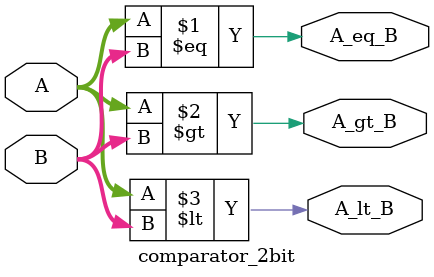
<source format=v>
module comparator_2bit(
    input [1:0] A,  // input A
    input [1:0] B,  // input B
    output A_eq_B,  //output equal
    output A_gt_B,  //output greater than
    output A_lt_B   //output less than
);
    
    assign A_eq_B = (A == B);  // Equality 

    assign A_gt_B = (A > B);    // Greater-than 

    assign A_lt_B = (A < B);    // Less-than 
endmodule

</source>
